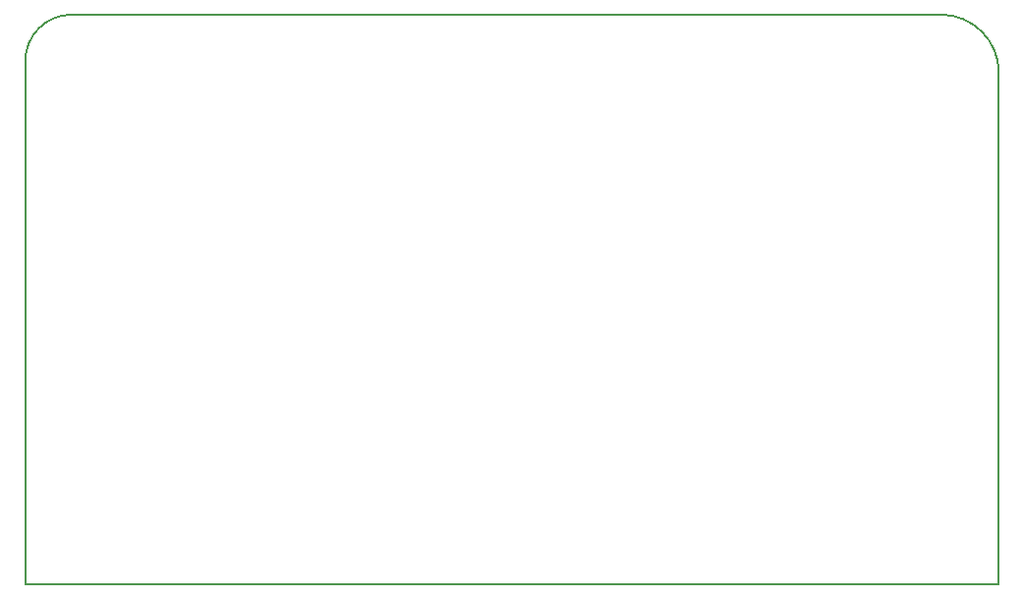
<source format=gm1>
G04 #@! TF.GenerationSoftware,KiCad,Pcbnew,(5.1.10)-1*
G04 #@! TF.CreationDate,2024-02-11T23:09:16+03:00*
G04 #@! TF.ProjectId,4m_cy62167e_x2,346d5f63-7936-4323-9136-37655f78322e,1*
G04 #@! TF.SameCoordinates,Original*
G04 #@! TF.FileFunction,Profile,NP*
%FSLAX46Y46*%
G04 Gerber Fmt 4.6, Leading zero omitted, Abs format (unit mm)*
G04 Created by KiCad (PCBNEW (5.1.10)-1) date 2024-02-11 23:09:16*
%MOMM*%
%LPD*%
G01*
G04 APERTURE LIST*
G04 #@! TA.AperFunction,Profile*
%ADD10C,0.150000*%
G04 #@! TD*
G04 APERTURE END LIST*
D10*
X63700000Y-140000000D02*
G75*
G02*
X67700000Y-136000000I4000000J0D01*
G01*
X142500000Y-136000000D02*
G75*
G02*
X147500000Y-141000000I0J-5000000D01*
G01*
X63700000Y-185000000D02*
X147500000Y-185000000D01*
X63700000Y-185000000D02*
X63700000Y-140000000D01*
X142500000Y-136000000D02*
X67700000Y-136000000D01*
X147500000Y-185000000D02*
X147500000Y-141000000D01*
M02*

</source>
